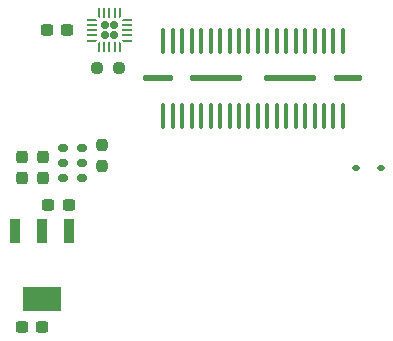
<source format=gbr>
%TF.GenerationSoftware,KiCad,Pcbnew,7.0.1*%
%TF.CreationDate,2023-09-03T17:39:56-04:00*%
%TF.ProjectId,syzygy-breakout-flash-1V8,73797a79-6779-42d6-9272-65616b6f7574,r1.0*%
%TF.SameCoordinates,PX66851e0PY4d70380*%
%TF.FileFunction,Paste,Bot*%
%TF.FilePolarity,Positive*%
%FSLAX46Y46*%
G04 Gerber Fmt 4.6, Leading zero omitted, Abs format (unit mm)*
G04 Created by KiCad (PCBNEW 7.0.1) date 2023-09-03 17:39:56*
%MOMM*%
%LPD*%
G01*
G04 APERTURE LIST*
G04 Aperture macros list*
%AMRoundRect*
0 Rectangle with rounded corners*
0 $1 Rounding radius*
0 $2 $3 $4 $5 $6 $7 $8 $9 X,Y pos of 4 corners*
0 Add a 4 corners polygon primitive as box body*
4,1,4,$2,$3,$4,$5,$6,$7,$8,$9,$2,$3,0*
0 Add four circle primitives for the rounded corners*
1,1,$1+$1,$2,$3*
1,1,$1+$1,$4,$5*
1,1,$1+$1,$6,$7*
1,1,$1+$1,$8,$9*
0 Add four rect primitives between the rounded corners*
20,1,$1+$1,$2,$3,$4,$5,0*
20,1,$1+$1,$4,$5,$6,$7,0*
20,1,$1+$1,$6,$7,$8,$9,0*
20,1,$1+$1,$8,$9,$2,$3,0*%
%AMFreePoly0*
4,1,14,0.410355,0.110355,0.425000,0.075000,0.425000,0.045711,0.410355,0.010356,0.289644,-0.110355,0.254289,-0.125000,-0.375000,-0.125000,-0.410355,-0.110355,-0.425000,-0.075000,-0.425000,0.075000,-0.410355,0.110355,-0.375000,0.125000,0.375000,0.125000,0.410355,0.110355,0.410355,0.110355,$1*%
%AMFreePoly1*
4,1,14,0.289644,0.110355,0.410355,-0.010356,0.425000,-0.045711,0.425000,-0.075000,0.410355,-0.110355,0.375000,-0.125000,-0.375000,-0.125000,-0.410355,-0.110355,-0.425000,-0.075000,-0.425000,0.075000,-0.410355,0.110355,-0.375000,0.125000,0.254289,0.125000,0.289644,0.110355,0.289644,0.110355,$1*%
%AMFreePoly2*
4,1,14,0.110355,0.410355,0.125000,0.375000,0.125000,-0.375000,0.110355,-0.410355,0.075000,-0.425000,0.045711,-0.425000,0.010356,-0.410355,-0.110355,-0.289644,-0.125000,-0.254289,-0.125000,0.375000,-0.110355,0.410355,-0.075000,0.425000,0.075000,0.425000,0.110355,0.410355,0.110355,0.410355,$1*%
%AMFreePoly3*
4,1,14,0.110355,0.410355,0.125000,0.375000,0.125000,-0.254289,0.110355,-0.289644,-0.010356,-0.410355,-0.045711,-0.425000,-0.075000,-0.425000,-0.110355,-0.410355,-0.125000,-0.375000,-0.125000,0.375000,-0.110355,0.410355,-0.075000,0.425000,0.075000,0.425000,0.110355,0.410355,0.110355,0.410355,$1*%
%AMFreePoly4*
4,1,14,0.410355,0.110355,0.425000,0.075000,0.425000,-0.075000,0.410355,-0.110355,0.375000,-0.125000,-0.375000,-0.125000,-0.410355,-0.110355,-0.425000,-0.075000,-0.425000,-0.045711,-0.410355,-0.010355,-0.289643,0.110355,-0.254289,0.125000,0.375000,0.125000,0.410355,0.110355,0.410355,0.110355,$1*%
%AMFreePoly5*
4,1,14,0.410355,0.110355,0.425000,0.075000,0.425000,-0.075000,0.410355,-0.110355,0.375000,-0.125000,-0.254289,-0.125000,-0.289644,-0.110355,-0.410355,0.010356,-0.425000,0.045711,-0.425000,0.075000,-0.410355,0.110355,-0.375000,0.125000,0.375000,0.125000,0.410355,0.110355,0.410355,0.110355,$1*%
%AMFreePoly6*
4,1,14,-0.010356,0.410355,0.110355,0.289644,0.125000,0.254289,0.125000,-0.375000,0.110355,-0.410355,0.075000,-0.425000,-0.075000,-0.425000,-0.110355,-0.410355,-0.125000,-0.375000,-0.125000,0.375000,-0.110355,0.410355,-0.075000,0.425000,-0.045711,0.425000,-0.010356,0.410355,-0.010356,0.410355,$1*%
%AMFreePoly7*
4,1,14,0.110355,0.410355,0.125000,0.375000,0.125000,-0.375000,0.110355,-0.410355,0.075000,-0.425000,-0.075000,-0.425000,-0.110355,-0.410355,-0.125000,-0.375000,-0.125000,0.254289,-0.110355,0.289644,0.010356,0.410355,0.045711,0.425000,0.075000,0.425000,0.110355,0.410355,0.110355,0.410355,$1*%
G04 Aperture macros list end*
%ADD10RoundRect,0.060000X0.090000X1.040000X-0.090000X1.040000X-0.090000X-1.040000X0.090000X-1.040000X0*%
%ADD11RoundRect,0.100000X-1.100000X0.150000X-1.100000X-0.150000X1.100000X-0.150000X1.100000X0.150000X0*%
%ADD12RoundRect,0.100000X-2.075000X0.150000X-2.075000X-0.150000X2.075000X-0.150000X2.075000X0.150000X0*%
%ADD13RoundRect,0.100000X-1.150000X0.150000X-1.150000X-0.150000X1.150000X-0.150000X1.150000X0.150000X0*%
%ADD14RoundRect,0.237500X0.237500X-0.300000X0.237500X0.300000X-0.237500X0.300000X-0.237500X-0.300000X0*%
%ADD15RoundRect,0.237500X-0.250000X-0.237500X0.250000X-0.237500X0.250000X0.237500X-0.250000X0.237500X0*%
%ADD16RoundRect,0.112500X0.187500X0.112500X-0.187500X0.112500X-0.187500X-0.112500X0.187500X-0.112500X0*%
%ADD17RoundRect,0.237500X-0.300000X-0.237500X0.300000X-0.237500X0.300000X0.237500X-0.300000X0.237500X0*%
%ADD18RoundRect,0.150000X-0.250000X-0.150000X0.250000X-0.150000X0.250000X0.150000X-0.250000X0.150000X0*%
%ADD19RoundRect,0.237500X0.300000X0.237500X-0.300000X0.237500X-0.300000X-0.237500X0.300000X-0.237500X0*%
%ADD20R,0.950000X2.150000*%
%ADD21R,3.250000X2.150000*%
%ADD22RoundRect,0.237500X0.237500X-0.250000X0.237500X0.250000X-0.237500X0.250000X-0.237500X-0.250000X0*%
%ADD23RoundRect,0.160000X0.160000X-0.160000X0.160000X0.160000X-0.160000X0.160000X-0.160000X-0.160000X0*%
%ADD24FreePoly0,90.000000*%
%ADD25RoundRect,0.062500X0.062500X-0.362500X0.062500X0.362500X-0.062500X0.362500X-0.062500X-0.362500X0*%
%ADD26FreePoly1,90.000000*%
%ADD27FreePoly2,90.000000*%
%ADD28RoundRect,0.062500X0.362500X-0.062500X0.362500X0.062500X-0.362500X0.062500X-0.362500X-0.062500X0*%
%ADD29FreePoly3,90.000000*%
%ADD30FreePoly4,90.000000*%
%ADD31FreePoly5,90.000000*%
%ADD32FreePoly6,90.000000*%
%ADD33FreePoly7,90.000000*%
G04 APERTURE END LIST*
D10*
X14882000Y-12486000D03*
X14882000Y-6086000D03*
X15682000Y-12486000D03*
X15682000Y-6086000D03*
X16482000Y-12486000D03*
X16482000Y-6086000D03*
X17282000Y-12486000D03*
X17282000Y-6086000D03*
X18082000Y-12486000D03*
X18082000Y-6086000D03*
X18882000Y-12486000D03*
X18882000Y-6086000D03*
X19682000Y-12486000D03*
X19682000Y-6086000D03*
X20482000Y-12486000D03*
X20482000Y-6086000D03*
X21282000Y-12486000D03*
X21282000Y-6086000D03*
X22082000Y-12486000D03*
X22082000Y-6086000D03*
X22882000Y-12486000D03*
X22882000Y-6086000D03*
X23682000Y-12486000D03*
X23682000Y-6086000D03*
X24482000Y-12486000D03*
X24482000Y-6086000D03*
X25282000Y-12486000D03*
X25282000Y-6086000D03*
X26082000Y-12486000D03*
X26082000Y-6086000D03*
X26882000Y-12486000D03*
X26882000Y-6086000D03*
X27682000Y-12486000D03*
X27682000Y-6086000D03*
X28482000Y-12486000D03*
X28482000Y-6086000D03*
X29282000Y-12486000D03*
X29282000Y-6086000D03*
X30082000Y-12486000D03*
X30082000Y-6086000D03*
D11*
X30532000Y-9286000D03*
D12*
X25632000Y-9286000D03*
X19332000Y-9286000D03*
D13*
X14432000Y-9286000D03*
D14*
X2885200Y-17686400D03*
X2885200Y-15961400D03*
D15*
X9293000Y-8371800D03*
X11118000Y-8371800D03*
D16*
X33284000Y-16844000D03*
X31184000Y-16844000D03*
D17*
X5124700Y-19993600D03*
X6849700Y-19993600D03*
D14*
X4662100Y-17682200D03*
X4662100Y-15957200D03*
D18*
X6360100Y-17682200D03*
X6360100Y-16432200D03*
X6360100Y-15182200D03*
X8010100Y-15182200D03*
X8010100Y-16432200D03*
X8010100Y-17682200D03*
D19*
X4615600Y-30356800D03*
X2890600Y-30356800D03*
X6742500Y-5230000D03*
X5017500Y-5230000D03*
D20*
X2315600Y-22194600D03*
X4615600Y-22194600D03*
X6915600Y-22194600D03*
D21*
X4615600Y-27994600D03*
D22*
X9658700Y-16713200D03*
X9658700Y-14888200D03*
D23*
X9908000Y-5603000D03*
X10708000Y-5603000D03*
X9908000Y-4803000D03*
X10708000Y-4803000D03*
D24*
X11208000Y-6653000D03*
D25*
X10758000Y-6653000D03*
X10308000Y-6653000D03*
X9858000Y-6653000D03*
D26*
X9408000Y-6653000D03*
D27*
X8858000Y-6103000D03*
D28*
X8858000Y-5653000D03*
X8858000Y-5203000D03*
X8858000Y-4753000D03*
D29*
X8858000Y-4303000D03*
D30*
X9408000Y-3753000D03*
D25*
X9858000Y-3753000D03*
X10308000Y-3753000D03*
X10758000Y-3753000D03*
D31*
X11208000Y-3753000D03*
D32*
X11758000Y-4303000D03*
D28*
X11758000Y-4753000D03*
X11758000Y-5203000D03*
X11758000Y-5653000D03*
D33*
X11758000Y-6103000D03*
M02*

</source>
